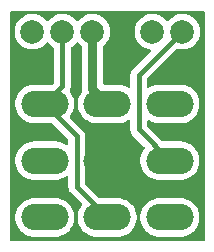
<source format=gbr>
%TF.GenerationSoftware,KiCad,Pcbnew,9.0.0*%
%TF.CreationDate,2025-02-28T17:36:00-08:00*%
%TF.ProjectId,3pdt board,33706474-2062-46f6-9172-642e6b696361,rev?*%
%TF.SameCoordinates,Original*%
%TF.FileFunction,Copper,L2,Bot*%
%TF.FilePolarity,Positive*%
%FSLAX46Y46*%
G04 Gerber Fmt 4.6, Leading zero omitted, Abs format (unit mm)*
G04 Created by KiCad (PCBNEW 9.0.0) date 2025-02-28 17:36:00*
%MOMM*%
%LPD*%
G01*
G04 APERTURE LIST*
%TA.AperFunction,ComponentPad*%
%ADD10O,4.000000X2.250000*%
%TD*%
%TA.AperFunction,ComponentPad*%
%ADD11C,2.000000*%
%TD*%
%TA.AperFunction,Conductor*%
%ADD12C,0.400000*%
%TD*%
%TA.AperFunction,Conductor*%
%ADD13C,0.800000*%
%TD*%
G04 APERTURE END LIST*
D10*
%TO.P,SW_3PDT1,9*%
%TO.N,Net-(SW_3PDT1-Pad3)*%
X144900000Y-83900000D03*
%TO.P,SW_3PDT1,8*%
%TO.N,Net-(JO1-Pin_1)*%
X144900000Y-79100000D03*
%TO.P,SW_3PDT1,7*%
%TO.N,Net-(OUT1-Pin_1)*%
X144900000Y-74300000D03*
%TO.P,SW_3PDT1,6*%
%TO.N,Net-(IN1-Pin_1)*%
X139600000Y-83900000D03*
%TO.P,SW_3PDT1,5*%
%TO.N,GND*%
X139600000Y-79100000D03*
%TO.P,SW_3PDT1,4*%
%TO.N,Net-(LED1-Pin_1)*%
X139600000Y-74300000D03*
%TO.P,SW_3PDT1,3*%
%TO.N,Net-(SW_3PDT1-Pad3)*%
X134300000Y-83900000D03*
%TO.P,SW_3PDT1,2*%
%TO.N,Net-(JI1-Pin_1)*%
X134300000Y-79100000D03*
%TO.P,SW_3PDT1,1*%
%TO.N,Net-(IN1-Pin_1)*%
X134300000Y-74300000D03*
%TD*%
D11*
%TO.P,OUT1,1,Pin_1*%
%TO.N,Net-(OUT1-Pin_1)*%
X143410000Y-68190000D03*
%TD*%
%TO.P,LED1,1,Pin_1*%
%TO.N,Net-(LED1-Pin_1)*%
X138330000Y-68190000D03*
%TD*%
%TO.P,JO1,1,Pin_1*%
%TO.N,Net-(JO1-Pin_1)*%
X145950000Y-68190000D03*
%TD*%
%TO.P,JI1,1,Pin_1*%
%TO.N,Net-(JI1-Pin_1)*%
X133250000Y-68190000D03*
%TD*%
%TO.P,IN1,1,Pin_1*%
%TO.N,Net-(IN1-Pin_1)*%
X135790000Y-68190000D03*
%TD*%
%TO.P,GND1,1,Pin_1*%
%TO.N,GND*%
X140870000Y-68190000D03*
%TD*%
D12*
%TO.N,Net-(IN1-Pin_1)*%
X135790000Y-72810000D02*
X134300000Y-74300000D01*
X134300000Y-74300000D02*
X137000000Y-77000000D01*
X137000000Y-77000000D02*
X137000000Y-81300000D01*
X135790000Y-68250000D02*
X135790000Y-72810000D01*
X137000000Y-81300000D02*
X139600000Y-83900000D01*
%TO.N,Net-(JI1-Pin_1)*%
X133250000Y-67700000D02*
X133250000Y-67650000D01*
%TO.N,Net-(JO1-Pin_1)*%
X145950000Y-68190000D02*
X142250000Y-71890000D01*
X142250000Y-71890000D02*
X142250000Y-76450000D01*
X142250000Y-76450000D02*
X144900000Y-79100000D01*
D13*
%TO.N,Net-(LED1-Pin_1)*%
X138340000Y-68190000D02*
X138350000Y-68200000D01*
X138330000Y-73030000D02*
X139600000Y-74300000D01*
X138330000Y-68190000D02*
X138330000Y-73030000D01*
%TD*%
%TA.AperFunction,Conductor*%
%TO.N,GND*%
G36*
X147792539Y-66450185D02*
G01*
X147838294Y-66502989D01*
X147849500Y-66554500D01*
X147849500Y-85805500D01*
X147829815Y-85872539D01*
X147777011Y-85918294D01*
X147725500Y-85929500D01*
X131474500Y-85929500D01*
X131407461Y-85909815D01*
X131361706Y-85857011D01*
X131350500Y-85805500D01*
X131350500Y-83772070D01*
X131799500Y-83772070D01*
X131799500Y-84027929D01*
X131839526Y-84280640D01*
X131918588Y-84523972D01*
X131918589Y-84523975D01*
X132034750Y-84751950D01*
X132185132Y-84958935D01*
X132185136Y-84958940D01*
X132366059Y-85139863D01*
X132366064Y-85139867D01*
X132546607Y-85271038D01*
X132573053Y-85290252D01*
X132722080Y-85366185D01*
X132801024Y-85406410D01*
X132801027Y-85406411D01*
X132922693Y-85445942D01*
X133044361Y-85485474D01*
X133297070Y-85525500D01*
X133297071Y-85525500D01*
X135302929Y-85525500D01*
X135302930Y-85525500D01*
X135555639Y-85485474D01*
X135798975Y-85406410D01*
X136026947Y-85290252D01*
X136233942Y-85139862D01*
X136414862Y-84958942D01*
X136565252Y-84751947D01*
X136681410Y-84523975D01*
X136760474Y-84280639D01*
X136800500Y-84027930D01*
X136800500Y-83772070D01*
X136760474Y-83519361D01*
X136681410Y-83276025D01*
X136681410Y-83276024D01*
X136641185Y-83197080D01*
X136565252Y-83048053D01*
X136449648Y-82888937D01*
X136414867Y-82841064D01*
X136414863Y-82841059D01*
X136233940Y-82660136D01*
X136233935Y-82660132D01*
X136026950Y-82509750D01*
X136026949Y-82509749D01*
X136026947Y-82509748D01*
X135953910Y-82472533D01*
X135798975Y-82393589D01*
X135798972Y-82393588D01*
X135555640Y-82314526D01*
X135429284Y-82294513D01*
X135302930Y-82274500D01*
X133297070Y-82274500D01*
X133212833Y-82287842D01*
X133044359Y-82314526D01*
X132801027Y-82393588D01*
X132801024Y-82393589D01*
X132573049Y-82509750D01*
X132366064Y-82660132D01*
X132366059Y-82660136D01*
X132185136Y-82841059D01*
X132185132Y-82841064D01*
X132034750Y-83048049D01*
X131918589Y-83276024D01*
X131918588Y-83276027D01*
X131839526Y-83519359D01*
X131799500Y-83772070D01*
X131350500Y-83772070D01*
X131350500Y-68071902D01*
X131749500Y-68071902D01*
X131749500Y-68308097D01*
X131786446Y-68541368D01*
X131859433Y-68765996D01*
X131966657Y-68976433D01*
X132105483Y-69167510D01*
X132272490Y-69334517D01*
X132463567Y-69473343D01*
X132549500Y-69517128D01*
X132674003Y-69580566D01*
X132674005Y-69580566D01*
X132674008Y-69580568D01*
X132712624Y-69593115D01*
X132898631Y-69653553D01*
X133131903Y-69690500D01*
X133131908Y-69690500D01*
X133368097Y-69690500D01*
X133601368Y-69653553D01*
X133630784Y-69643995D01*
X133825992Y-69580568D01*
X134036433Y-69473343D01*
X134227510Y-69334517D01*
X134394517Y-69167510D01*
X134419682Y-69132872D01*
X134475011Y-69090207D01*
X134544625Y-69084228D01*
X134606420Y-69116833D01*
X134620315Y-69132870D01*
X134645483Y-69167510D01*
X134812490Y-69334517D01*
X135003567Y-69473343D01*
X135021794Y-69482630D01*
X135072590Y-69530603D01*
X135089500Y-69593115D01*
X135089500Y-72468481D01*
X135080855Y-72497921D01*
X135074332Y-72527908D01*
X135070577Y-72532923D01*
X135069815Y-72535520D01*
X135053181Y-72556162D01*
X134971162Y-72638181D01*
X134909839Y-72671666D01*
X134883481Y-72674500D01*
X133297070Y-72674500D01*
X133212833Y-72687842D01*
X133044359Y-72714526D01*
X132801027Y-72793588D01*
X132801024Y-72793589D01*
X132573049Y-72909750D01*
X132366064Y-73060132D01*
X132366059Y-73060136D01*
X132185136Y-73241059D01*
X132185132Y-73241064D01*
X132034750Y-73448049D01*
X131918589Y-73676024D01*
X131918588Y-73676027D01*
X131839526Y-73919359D01*
X131799500Y-74172070D01*
X131799500Y-74427929D01*
X131839526Y-74680640D01*
X131918588Y-74923972D01*
X131918589Y-74923975D01*
X132034750Y-75151950D01*
X132185132Y-75358935D01*
X132185136Y-75358940D01*
X132366059Y-75539863D01*
X132366064Y-75539867D01*
X132515067Y-75648123D01*
X132573053Y-75690252D01*
X132722080Y-75766185D01*
X132801024Y-75806410D01*
X132801027Y-75806411D01*
X132922693Y-75845942D01*
X133044361Y-75885474D01*
X133297070Y-75925500D01*
X134883481Y-75925500D01*
X134950520Y-75945185D01*
X134971162Y-75961819D01*
X136263181Y-77253838D01*
X136296666Y-77315161D01*
X136299500Y-77341519D01*
X136299500Y-77664404D01*
X136279815Y-77731443D01*
X136227011Y-77777198D01*
X136157853Y-77787142D01*
X136102616Y-77764723D01*
X136026949Y-77709749D01*
X135798975Y-77593589D01*
X135798972Y-77593588D01*
X135555640Y-77514526D01*
X135429284Y-77494513D01*
X135302930Y-77474500D01*
X133297070Y-77474500D01*
X133212833Y-77487842D01*
X133044359Y-77514526D01*
X132801027Y-77593588D01*
X132801024Y-77593589D01*
X132573049Y-77709750D01*
X132366064Y-77860132D01*
X132366059Y-77860136D01*
X132185136Y-78041059D01*
X132185132Y-78041064D01*
X132034750Y-78248049D01*
X131918589Y-78476024D01*
X131918588Y-78476027D01*
X131839526Y-78719359D01*
X131799500Y-78972070D01*
X131799500Y-79227929D01*
X131839526Y-79480640D01*
X131918588Y-79723972D01*
X131918589Y-79723975D01*
X132034750Y-79951950D01*
X132185132Y-80158935D01*
X132185136Y-80158940D01*
X132366059Y-80339863D01*
X132366064Y-80339867D01*
X132465068Y-80411797D01*
X132573053Y-80490252D01*
X132722080Y-80566185D01*
X132801024Y-80606410D01*
X132801027Y-80606411D01*
X132922693Y-80645942D01*
X133044361Y-80685474D01*
X133297070Y-80725500D01*
X133297071Y-80725500D01*
X135302929Y-80725500D01*
X135302930Y-80725500D01*
X135555639Y-80685474D01*
X135798975Y-80606410D01*
X136026947Y-80490252D01*
X136065861Y-80461978D01*
X136102615Y-80435277D01*
X136168421Y-80411797D01*
X136236475Y-80427623D01*
X136285170Y-80477729D01*
X136299500Y-80535595D01*
X136299500Y-81231006D01*
X136299500Y-81368994D01*
X136299500Y-81368996D01*
X136299499Y-81368996D01*
X136326418Y-81504322D01*
X136326421Y-81504332D01*
X136379222Y-81631807D01*
X136455887Y-81746545D01*
X136455888Y-81746546D01*
X137437714Y-82728371D01*
X137471199Y-82789694D01*
X137466215Y-82859385D01*
X137450351Y-82888937D01*
X137334750Y-83048049D01*
X137218589Y-83276024D01*
X137218588Y-83276027D01*
X137139526Y-83519359D01*
X137099500Y-83772070D01*
X137099500Y-84027929D01*
X137139526Y-84280640D01*
X137218588Y-84523972D01*
X137218589Y-84523975D01*
X137334750Y-84751950D01*
X137485132Y-84958935D01*
X137485136Y-84958940D01*
X137666059Y-85139863D01*
X137666064Y-85139867D01*
X137846607Y-85271038D01*
X137873053Y-85290252D01*
X138022080Y-85366185D01*
X138101024Y-85406410D01*
X138101027Y-85406411D01*
X138222693Y-85445942D01*
X138344361Y-85485474D01*
X138597070Y-85525500D01*
X138597071Y-85525500D01*
X140602929Y-85525500D01*
X140602930Y-85525500D01*
X140855639Y-85485474D01*
X141098975Y-85406410D01*
X141326947Y-85290252D01*
X141533942Y-85139862D01*
X141714862Y-84958942D01*
X141865252Y-84751947D01*
X141981410Y-84523975D01*
X142060474Y-84280639D01*
X142100500Y-84027930D01*
X142100500Y-83772070D01*
X142399500Y-83772070D01*
X142399500Y-84027929D01*
X142439526Y-84280640D01*
X142518588Y-84523972D01*
X142518589Y-84523975D01*
X142634750Y-84751950D01*
X142785132Y-84958935D01*
X142785136Y-84958940D01*
X142966059Y-85139863D01*
X142966064Y-85139867D01*
X143146607Y-85271038D01*
X143173053Y-85290252D01*
X143322080Y-85366185D01*
X143401024Y-85406410D01*
X143401027Y-85406411D01*
X143522693Y-85445942D01*
X143644361Y-85485474D01*
X143897070Y-85525500D01*
X143897071Y-85525500D01*
X145902929Y-85525500D01*
X145902930Y-85525500D01*
X146155639Y-85485474D01*
X146398975Y-85406410D01*
X146626947Y-85290252D01*
X146833942Y-85139862D01*
X147014862Y-84958942D01*
X147165252Y-84751947D01*
X147281410Y-84523975D01*
X147360474Y-84280639D01*
X147400500Y-84027930D01*
X147400500Y-83772070D01*
X147360474Y-83519361D01*
X147281410Y-83276025D01*
X147281410Y-83276024D01*
X147241185Y-83197080D01*
X147165252Y-83048053D01*
X147049648Y-82888937D01*
X147014867Y-82841064D01*
X147014863Y-82841059D01*
X146833940Y-82660136D01*
X146833935Y-82660132D01*
X146626950Y-82509750D01*
X146626949Y-82509749D01*
X146626947Y-82509748D01*
X146553910Y-82472533D01*
X146398975Y-82393589D01*
X146398972Y-82393588D01*
X146155640Y-82314526D01*
X146029284Y-82294513D01*
X145902930Y-82274500D01*
X143897070Y-82274500D01*
X143812833Y-82287842D01*
X143644359Y-82314526D01*
X143401027Y-82393588D01*
X143401024Y-82393589D01*
X143173049Y-82509750D01*
X142966064Y-82660132D01*
X142966059Y-82660136D01*
X142785136Y-82841059D01*
X142785132Y-82841064D01*
X142634750Y-83048049D01*
X142518589Y-83276024D01*
X142518588Y-83276027D01*
X142439526Y-83519359D01*
X142399500Y-83772070D01*
X142100500Y-83772070D01*
X142060474Y-83519361D01*
X141981410Y-83276025D01*
X141981410Y-83276024D01*
X141941185Y-83197080D01*
X141865252Y-83048053D01*
X141749648Y-82888937D01*
X141714867Y-82841064D01*
X141714863Y-82841059D01*
X141533940Y-82660136D01*
X141533935Y-82660132D01*
X141326950Y-82509750D01*
X141326949Y-82509749D01*
X141326947Y-82509748D01*
X141253910Y-82472533D01*
X141098975Y-82393589D01*
X141098972Y-82393588D01*
X140855640Y-82314526D01*
X140729284Y-82294513D01*
X140602930Y-82274500D01*
X140602929Y-82274500D01*
X139016519Y-82274500D01*
X138949480Y-82254815D01*
X138928838Y-82238181D01*
X137736819Y-81046162D01*
X137703334Y-80984839D01*
X137700500Y-80958481D01*
X137700500Y-76931006D01*
X137693644Y-76896543D01*
X137693644Y-76896540D01*
X137673581Y-76795679D01*
X137673580Y-76795672D01*
X137667837Y-76781807D01*
X137620777Y-76668192D01*
X137544112Y-76553454D01*
X137544111Y-76553453D01*
X136462285Y-75471628D01*
X136428800Y-75410305D01*
X136433784Y-75340613D01*
X136449643Y-75311068D01*
X136565252Y-75151947D01*
X136681410Y-74923975D01*
X136760474Y-74680639D01*
X136800500Y-74427930D01*
X136800500Y-74172070D01*
X136760474Y-73919361D01*
X136681410Y-73676025D01*
X136681410Y-73676024D01*
X136641185Y-73597080D01*
X136565252Y-73448053D01*
X136471312Y-73318755D01*
X136426894Y-73257618D01*
X136424283Y-73250301D01*
X136418756Y-73244843D01*
X136412708Y-73217860D01*
X136403414Y-73191812D01*
X136404787Y-73182521D01*
X136403475Y-73176665D01*
X136409438Y-73151067D01*
X136410760Y-73142131D01*
X136411648Y-73139701D01*
X136463580Y-73014329D01*
X136468934Y-72987409D01*
X136490500Y-72878993D01*
X136490500Y-69593115D01*
X136510185Y-69526076D01*
X136558205Y-69482630D01*
X136576433Y-69473343D01*
X136767510Y-69334517D01*
X136934517Y-69167510D01*
X136959682Y-69132872D01*
X137015011Y-69090207D01*
X137084625Y-69084228D01*
X137146420Y-69116833D01*
X137160315Y-69132870D01*
X137185483Y-69167510D01*
X137352490Y-69334517D01*
X137378385Y-69353331D01*
X137421050Y-69408658D01*
X137429500Y-69453648D01*
X137429500Y-72941308D01*
X137429500Y-73118692D01*
X137434162Y-73142131D01*
X137449985Y-73221681D01*
X137443756Y-73291272D01*
X137428686Y-73318755D01*
X137334748Y-73448052D01*
X137334747Y-73448054D01*
X137218589Y-73676024D01*
X137218588Y-73676027D01*
X137139526Y-73919359D01*
X137099500Y-74172070D01*
X137099500Y-74427929D01*
X137139526Y-74680640D01*
X137218588Y-74923972D01*
X137218589Y-74923975D01*
X137334750Y-75151950D01*
X137485132Y-75358935D01*
X137485136Y-75358940D01*
X137666059Y-75539863D01*
X137666064Y-75539867D01*
X137815067Y-75648123D01*
X137873053Y-75690252D01*
X138022080Y-75766185D01*
X138101024Y-75806410D01*
X138101027Y-75806411D01*
X138222693Y-75845942D01*
X138344361Y-75885474D01*
X138597070Y-75925500D01*
X138597071Y-75925500D01*
X140602929Y-75925500D01*
X140602930Y-75925500D01*
X140855639Y-75885474D01*
X141098975Y-75806410D01*
X141326947Y-75690252D01*
X141352614Y-75671603D01*
X141418419Y-75648123D01*
X141486473Y-75663947D01*
X141535169Y-75714052D01*
X141549500Y-75771921D01*
X141549500Y-76381006D01*
X141549500Y-76518994D01*
X141549500Y-76518996D01*
X141549499Y-76518996D01*
X141576418Y-76654322D01*
X141576421Y-76654332D01*
X141629222Y-76781807D01*
X141705886Y-76896543D01*
X141705888Y-76896546D01*
X142737714Y-77928371D01*
X142771199Y-77989694D01*
X142766215Y-78059386D01*
X142750351Y-78088937D01*
X142634750Y-78248049D01*
X142518589Y-78476024D01*
X142518588Y-78476027D01*
X142439526Y-78719359D01*
X142399500Y-78972070D01*
X142399500Y-79227929D01*
X142439526Y-79480640D01*
X142518588Y-79723972D01*
X142518589Y-79723975D01*
X142634750Y-79951950D01*
X142785132Y-80158935D01*
X142785136Y-80158940D01*
X142966059Y-80339863D01*
X142966064Y-80339867D01*
X143065068Y-80411797D01*
X143173053Y-80490252D01*
X143322080Y-80566185D01*
X143401024Y-80606410D01*
X143401027Y-80606411D01*
X143522693Y-80645942D01*
X143644361Y-80685474D01*
X143897070Y-80725500D01*
X143897071Y-80725500D01*
X145902929Y-80725500D01*
X145902930Y-80725500D01*
X146155639Y-80685474D01*
X146398975Y-80606410D01*
X146626947Y-80490252D01*
X146833942Y-80339862D01*
X147014862Y-80158942D01*
X147165252Y-79951947D01*
X147281410Y-79723975D01*
X147360474Y-79480639D01*
X147400500Y-79227930D01*
X147400500Y-78972070D01*
X147360474Y-78719361D01*
X147281410Y-78476025D01*
X147281410Y-78476024D01*
X147241185Y-78397080D01*
X147165252Y-78248053D01*
X147049648Y-78088937D01*
X147014867Y-78041064D01*
X147014863Y-78041059D01*
X146833940Y-77860136D01*
X146833935Y-77860132D01*
X146626950Y-77709750D01*
X146626949Y-77709749D01*
X146626947Y-77709748D01*
X146537955Y-77664404D01*
X146398975Y-77593589D01*
X146398972Y-77593588D01*
X146155640Y-77514526D01*
X146029284Y-77494513D01*
X145902930Y-77474500D01*
X145902929Y-77474500D01*
X144316519Y-77474500D01*
X144249480Y-77454815D01*
X144228838Y-77438181D01*
X142986819Y-76196162D01*
X142953334Y-76134839D01*
X142950500Y-76108481D01*
X142950500Y-75771921D01*
X142970185Y-75704882D01*
X143022989Y-75659127D01*
X143092147Y-75649183D01*
X143147384Y-75671603D01*
X143162438Y-75682540D01*
X143173051Y-75690251D01*
X143401024Y-75806410D01*
X143401027Y-75806411D01*
X143522693Y-75845942D01*
X143644361Y-75885474D01*
X143897070Y-75925500D01*
X143897071Y-75925500D01*
X145902929Y-75925500D01*
X145902930Y-75925500D01*
X146155639Y-75885474D01*
X146398975Y-75806410D01*
X146626947Y-75690252D01*
X146833942Y-75539862D01*
X147014862Y-75358942D01*
X147165252Y-75151947D01*
X147281410Y-74923975D01*
X147360474Y-74680639D01*
X147400500Y-74427930D01*
X147400500Y-74172070D01*
X147360474Y-73919361D01*
X147281410Y-73676025D01*
X147281410Y-73676024D01*
X147241185Y-73597080D01*
X147165252Y-73448053D01*
X147071312Y-73318755D01*
X147014867Y-73241064D01*
X147014863Y-73241059D01*
X146833940Y-73060136D01*
X146833935Y-73060132D01*
X146626950Y-72909750D01*
X146626949Y-72909749D01*
X146626947Y-72909748D01*
X146553910Y-72872533D01*
X146398975Y-72793589D01*
X146398972Y-72793588D01*
X146155640Y-72714526D01*
X146029284Y-72694513D01*
X145902930Y-72674500D01*
X143897070Y-72674500D01*
X143812833Y-72687842D01*
X143644359Y-72714526D01*
X143401027Y-72793588D01*
X143401024Y-72793589D01*
X143173049Y-72909750D01*
X143147385Y-72928396D01*
X143081578Y-72951876D01*
X143013525Y-72936050D01*
X142964830Y-72885944D01*
X142950500Y-72828078D01*
X142950500Y-72231518D01*
X142970185Y-72164479D01*
X142986814Y-72143842D01*
X145453177Y-69677478D01*
X145514498Y-69643995D01*
X145579175Y-69647230D01*
X145598632Y-69653553D01*
X145686110Y-69667408D01*
X145831903Y-69690500D01*
X145831908Y-69690500D01*
X146068097Y-69690500D01*
X146301368Y-69653553D01*
X146330784Y-69643995D01*
X146525992Y-69580568D01*
X146736433Y-69473343D01*
X146927510Y-69334517D01*
X147094517Y-69167510D01*
X147233343Y-68976433D01*
X147340568Y-68765992D01*
X147413553Y-68541368D01*
X147450500Y-68308097D01*
X147450500Y-68071902D01*
X147413553Y-67838631D01*
X147340566Y-67614003D01*
X147233342Y-67403566D01*
X147219999Y-67385201D01*
X147094517Y-67212490D01*
X146927510Y-67045483D01*
X146736433Y-66906657D01*
X146525996Y-66799433D01*
X146301368Y-66726446D01*
X146068097Y-66689500D01*
X146068092Y-66689500D01*
X145831908Y-66689500D01*
X145831903Y-66689500D01*
X145598631Y-66726446D01*
X145374003Y-66799433D01*
X145163566Y-66906657D01*
X145054550Y-66985862D01*
X144972490Y-67045483D01*
X144972488Y-67045485D01*
X144972487Y-67045485D01*
X144805484Y-67212488D01*
X144780318Y-67247127D01*
X144724987Y-67289792D01*
X144655374Y-67295771D01*
X144593579Y-67263165D01*
X144579682Y-67247127D01*
X144554517Y-67212490D01*
X144387510Y-67045483D01*
X144196433Y-66906657D01*
X143985996Y-66799433D01*
X143761368Y-66726446D01*
X143528097Y-66689500D01*
X143528092Y-66689500D01*
X143291908Y-66689500D01*
X143291903Y-66689500D01*
X143058631Y-66726446D01*
X142834003Y-66799433D01*
X142623566Y-66906657D01*
X142514550Y-66985862D01*
X142432490Y-67045483D01*
X142432488Y-67045485D01*
X142432487Y-67045485D01*
X142265485Y-67212487D01*
X142265485Y-67212488D01*
X142265483Y-67212490D01*
X142209320Y-67289792D01*
X142126657Y-67403566D01*
X142019433Y-67614003D01*
X141946446Y-67838631D01*
X141909500Y-68071902D01*
X141909500Y-68308097D01*
X141946446Y-68541368D01*
X142019433Y-68765996D01*
X142126657Y-68976433D01*
X142265483Y-69167510D01*
X142432490Y-69334517D01*
X142623567Y-69473343D01*
X142709500Y-69517128D01*
X142834003Y-69580566D01*
X142834005Y-69580566D01*
X142834008Y-69580568D01*
X142872624Y-69593115D01*
X143058631Y-69653553D01*
X143195650Y-69675255D01*
X143258785Y-69705184D01*
X143295716Y-69764496D01*
X143294718Y-69834358D01*
X143263933Y-69885409D01*
X141705888Y-71443453D01*
X141705887Y-71443454D01*
X141629222Y-71558192D01*
X141576421Y-71685667D01*
X141576418Y-71685677D01*
X141549500Y-71821004D01*
X141549500Y-72828078D01*
X141529815Y-72895117D01*
X141477011Y-72940872D01*
X141407853Y-72950816D01*
X141352615Y-72928396D01*
X141326950Y-72909750D01*
X141326949Y-72909749D01*
X141326947Y-72909748D01*
X141253910Y-72872533D01*
X141098975Y-72793589D01*
X141098972Y-72793588D01*
X140855640Y-72714526D01*
X140729284Y-72694513D01*
X140602930Y-72674500D01*
X140602929Y-72674500D01*
X139354500Y-72674500D01*
X139287461Y-72654815D01*
X139241706Y-72602011D01*
X139230500Y-72550500D01*
X139230500Y-69453648D01*
X139250185Y-69386609D01*
X139281612Y-69353332D01*
X139307510Y-69334517D01*
X139474517Y-69167510D01*
X139613343Y-68976433D01*
X139720568Y-68765992D01*
X139793553Y-68541368D01*
X139830500Y-68308097D01*
X139830500Y-68071902D01*
X139793553Y-67838631D01*
X139720566Y-67614003D01*
X139613342Y-67403566D01*
X139599999Y-67385201D01*
X139474517Y-67212490D01*
X139307510Y-67045483D01*
X139116433Y-66906657D01*
X138905996Y-66799433D01*
X138681368Y-66726446D01*
X138448097Y-66689500D01*
X138448092Y-66689500D01*
X138211908Y-66689500D01*
X138211903Y-66689500D01*
X137978631Y-66726446D01*
X137754003Y-66799433D01*
X137543566Y-66906657D01*
X137434550Y-66985862D01*
X137352490Y-67045483D01*
X137352488Y-67045485D01*
X137352487Y-67045485D01*
X137185484Y-67212488D01*
X137160318Y-67247127D01*
X137104987Y-67289792D01*
X137035374Y-67295771D01*
X136973579Y-67263165D01*
X136959682Y-67247127D01*
X136934517Y-67212490D01*
X136767510Y-67045483D01*
X136576433Y-66906657D01*
X136365996Y-66799433D01*
X136141368Y-66726446D01*
X135908097Y-66689500D01*
X135908092Y-66689500D01*
X135671908Y-66689500D01*
X135671903Y-66689500D01*
X135438631Y-66726446D01*
X135214003Y-66799433D01*
X135003566Y-66906657D01*
X134894550Y-66985862D01*
X134812490Y-67045483D01*
X134812488Y-67045485D01*
X134812487Y-67045485D01*
X134645484Y-67212488D01*
X134620318Y-67247127D01*
X134564987Y-67289792D01*
X134495374Y-67295771D01*
X134433579Y-67263165D01*
X134419682Y-67247127D01*
X134394517Y-67212490D01*
X134227510Y-67045483D01*
X134036433Y-66906657D01*
X133825996Y-66799433D01*
X133601368Y-66726446D01*
X133368097Y-66689500D01*
X133368092Y-66689500D01*
X133131908Y-66689500D01*
X133131903Y-66689500D01*
X132898631Y-66726446D01*
X132674003Y-66799433D01*
X132463566Y-66906657D01*
X132354550Y-66985862D01*
X132272490Y-67045483D01*
X132272488Y-67045485D01*
X132272487Y-67045485D01*
X132105485Y-67212487D01*
X132105485Y-67212488D01*
X132105483Y-67212490D01*
X132049320Y-67289792D01*
X131966657Y-67403566D01*
X131859433Y-67614003D01*
X131786446Y-67838631D01*
X131749500Y-68071902D01*
X131350500Y-68071902D01*
X131350500Y-66554500D01*
X131370185Y-66487461D01*
X131422989Y-66441706D01*
X131474500Y-66430500D01*
X147725500Y-66430500D01*
X147792539Y-66450185D01*
G37*
%TD.AperFunction*%
%TD*%
M02*

</source>
